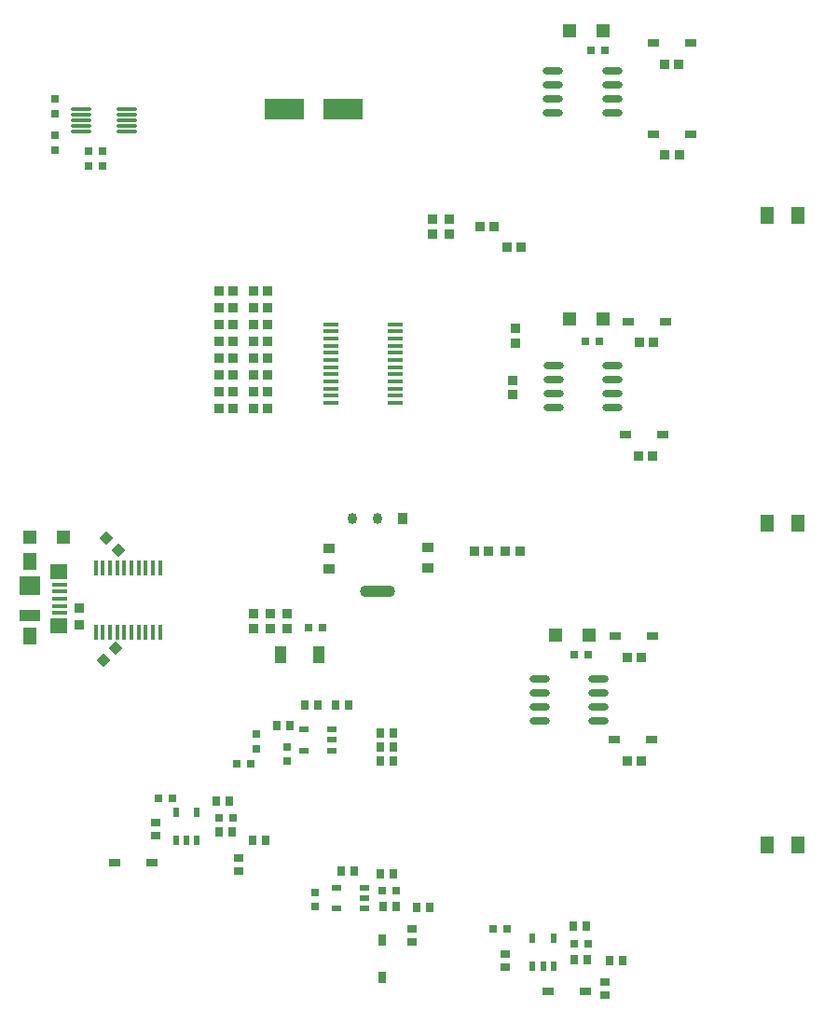
<source format=gtp>
G04*
G04 #@! TF.GenerationSoftware,Altium Limited,Altium Designer,24.7.2 (38)*
G04*
G04 Layer_Color=8421504*
%FSLAX44Y44*%
%MOMM*%
G71*
G04*
G04 #@! TF.SameCoordinates,FD71C0C7-8574-4FF8-A0B1-75ED19D4754F*
G04*
G04*
G04 #@! TF.FilePolarity,Positive*
G04*
G01*
G75*
%ADD17R,0.7000X0.7000*%
%ADD18O,2.0000X0.3000*%
%ADD19R,0.7000X0.7000*%
%ADD20R,0.7500X0.8500*%
G04:AMPARAMS|DCode=21|XSize=0.55mm|YSize=0.8mm|CornerRadius=0.0495mm|HoleSize=0mm|Usage=FLASHONLY|Rotation=270.000|XOffset=0mm|YOffset=0mm|HoleType=Round|Shape=RoundedRectangle|*
%AMROUNDEDRECTD21*
21,1,0.5500,0.7010,0,0,270.0*
21,1,0.4510,0.8000,0,0,270.0*
1,1,0.0990,-0.3505,-0.2255*
1,1,0.0990,-0.3505,0.2255*
1,1,0.0990,0.3505,0.2255*
1,1,0.0990,0.3505,-0.2255*
%
%ADD21ROUNDEDRECTD21*%
%ADD22R,0.7500X1.0000*%
G04:AMPARAMS|DCode=23|XSize=1.0043mm|YSize=3.1821mm|CornerRadius=0.4369mm|HoleSize=0mm|Usage=FLASHONLY|Rotation=270.000|XOffset=0mm|YOffset=0mm|HoleType=Round|Shape=RoundedRectangle|*
%AMROUNDEDRECTD23*
21,1,1.0043,2.3084,0,0,270.0*
21,1,0.1306,3.1821,0,0,270.0*
1,1,0.8737,-1.1542,-0.0653*
1,1,0.8737,-1.1542,0.0653*
1,1,0.8737,1.1542,0.0653*
1,1,0.8737,1.1542,-0.0653*
%
%ADD23ROUNDEDRECTD23*%
G04:AMPARAMS|DCode=24|XSize=1.0043mm|YSize=0.8721mm|CornerRadius=0.4361mm|HoleSize=0mm|Usage=FLASHONLY|Rotation=270.000|XOffset=0mm|YOffset=0mm|HoleType=Round|Shape=RoundedRectangle|*
%AMROUNDEDRECTD24*
21,1,1.0043,0.0000,0,0,270.0*
21,1,0.1322,0.8721,0,0,270.0*
1,1,0.8721,0.0000,-0.0661*
1,1,0.8721,0.0000,0.0661*
1,1,0.8721,0.0000,0.0661*
1,1,0.8721,0.0000,-0.0661*
%
%ADD24ROUNDEDRECTD24*%
%ADD25R,0.8721X1.0043*%
%ADD26R,1.1000X0.8500*%
G04:AMPARAMS|DCode=27|XSize=0.55mm|YSize=0.8mm|CornerRadius=0.0495mm|HoleSize=0mm|Usage=FLASHONLY|Rotation=180.000|XOffset=0mm|YOffset=0mm|HoleType=Round|Shape=RoundedRectangle|*
%AMROUNDEDRECTD27*
21,1,0.5500,0.7010,0,0,180.0*
21,1,0.4510,0.8000,0,0,180.0*
1,1,0.0990,-0.2255,0.3505*
1,1,0.0990,0.2255,0.3505*
1,1,0.0990,0.2255,-0.3505*
1,1,0.0990,-0.2255,-0.3505*
%
%ADD27ROUNDEDRECTD27*%
%ADD28R,0.8500X0.7500*%
%ADD29R,1.0000X0.7500*%
%ADD30R,0.8500X0.9500*%
%ADD31O,1.8650X0.6300*%
%ADD32R,1.4500X0.4500*%
%ADD33R,3.5500X1.9000*%
%ADD34R,1.3000X1.6500*%
%ADD35R,1.9000X1.8000*%
%ADD36R,1.9000X1.0000*%
%ADD37R,1.5500X1.4250*%
%ADD38R,1.3800X0.4500*%
%ADD39R,1.3000X1.1500*%
%ADD40R,0.4500X1.4500*%
%ADD41P,1.2021X4X270.0*%
%ADD42R,0.8500X0.8500*%
%ADD43P,1.2021X4X180.0*%
%ADD44R,0.9500X0.8500*%
%ADD45R,1.0500X1.6500*%
%ADD46R,1.2000X1.6500*%
D17*
X863600Y1072850D02*
D03*
Y1085850D02*
D03*
Y1119020D02*
D03*
Y1106020D02*
D03*
X1074420Y518010D02*
D03*
Y531010D02*
D03*
X1099820Y385930D02*
D03*
Y398930D02*
D03*
X1046480Y542440D02*
D03*
Y529440D02*
D03*
D18*
X887050Y1109820D02*
D03*
Y1104820D02*
D03*
Y1099820D02*
D03*
Y1094820D02*
D03*
Y1089820D02*
D03*
X929050Y1109820D02*
D03*
Y1104820D02*
D03*
Y1094820D02*
D03*
Y1089820D02*
D03*
Y1099820D02*
D03*
D19*
X893930Y1057910D02*
D03*
X906930D02*
D03*
Y1071880D02*
D03*
X893930D02*
D03*
X1028550Y515620D02*
D03*
X1041550D02*
D03*
X1012040Y466090D02*
D03*
X1025040D02*
D03*
X1093320Y638810D02*
D03*
X1106320D02*
D03*
X1362860Y1163320D02*
D03*
X1349860D02*
D03*
X1344780Y899160D02*
D03*
X1357780D02*
D03*
X1347620Y614680D02*
D03*
X1334620D02*
D03*
X1173630Y400050D02*
D03*
X1160630D02*
D03*
X1260960Y365760D02*
D03*
X1273960D02*
D03*
X1347620Y351790D02*
D03*
X1334620D02*
D03*
X957430Y483870D02*
D03*
X970430D02*
D03*
D20*
X1117950Y568960D02*
D03*
X1129950D02*
D03*
X1102010D02*
D03*
X1090010D02*
D03*
X1135030Y417830D02*
D03*
X1123030D02*
D03*
X1012540Y453390D02*
D03*
X1024540D02*
D03*
X1022000Y481330D02*
D03*
X1010000D02*
D03*
X1055020Y445770D02*
D03*
X1043020D02*
D03*
X1203610Y384810D02*
D03*
X1191610D02*
D03*
X1378870Y336550D02*
D03*
X1366870D02*
D03*
X1158590Y543560D02*
D03*
X1170590D02*
D03*
X1158590Y530860D02*
D03*
X1170590D02*
D03*
X1064610Y549910D02*
D03*
X1076610D02*
D03*
X1158590Y518160D02*
D03*
X1170590D02*
D03*
X1173130Y386080D02*
D03*
X1161130D02*
D03*
X1158590Y415290D02*
D03*
X1170590D02*
D03*
X1347120Y337820D02*
D03*
X1335120D02*
D03*
X1333850Y368300D02*
D03*
X1345850D02*
D03*
D21*
X1118820Y384200D02*
D03*
Y403200D02*
D03*
X1144320D02*
D03*
Y393700D02*
D03*
Y384200D02*
D03*
X1115110Y527710D02*
D03*
Y537210D02*
D03*
Y546710D02*
D03*
X1089610D02*
D03*
Y527710D02*
D03*
D22*
X1160780Y355310D02*
D03*
Y321310D02*
D03*
D23*
X1156635Y672476D02*
D03*
D24*
X1133735Y738376D02*
D03*
X1156635D02*
D03*
D25*
X1179535D02*
D03*
D26*
X1202355Y711776D02*
D03*
Y693276D02*
D03*
X1112185Y710866D02*
D03*
Y692366D02*
D03*
D27*
X973480Y471220D02*
D03*
X992480D02*
D03*
Y445720D02*
D03*
X982980D02*
D03*
X973480D02*
D03*
X1297330Y331420D02*
D03*
X1306830D02*
D03*
X1316330D02*
D03*
Y356920D02*
D03*
X1297330D02*
D03*
D28*
X955040Y461930D02*
D03*
Y449930D02*
D03*
X1029970Y418180D02*
D03*
Y430180D02*
D03*
X1272540Y330550D02*
D03*
Y342550D02*
D03*
X1187450Y365410D02*
D03*
Y353410D02*
D03*
X1362710Y317150D02*
D03*
Y305150D02*
D03*
D29*
X951720Y425450D02*
D03*
X917720D02*
D03*
X1406670Y1169670D02*
D03*
X1440670D02*
D03*
X1406670Y1087120D02*
D03*
X1440670D02*
D03*
X1383810Y916940D02*
D03*
X1417810D02*
D03*
X1381270Y814070D02*
D03*
X1415270D02*
D03*
X1372380Y631190D02*
D03*
X1406380D02*
D03*
X1371262Y537078D02*
D03*
X1405262D02*
D03*
X1311420Y308610D02*
D03*
X1345420D02*
D03*
D30*
X1272540Y708660D02*
D03*
X1285540D02*
D03*
X1262530Y1003300D02*
D03*
X1249530D02*
D03*
X1273660Y984250D02*
D03*
X1286660D02*
D03*
X1430170Y1150620D02*
D03*
X1417170D02*
D03*
X1430320Y1068070D02*
D03*
X1417320D02*
D03*
X1407310Y897890D02*
D03*
X1394310D02*
D03*
X1012040Y944880D02*
D03*
X1025040D02*
D03*
X1012040Y929640D02*
D03*
X1025040D02*
D03*
X1012040Y914400D02*
D03*
X1025040D02*
D03*
X1012040Y899160D02*
D03*
X1025040D02*
D03*
X1012040Y883920D02*
D03*
X1025040D02*
D03*
X1012040Y868680D02*
D03*
X1025040D02*
D03*
X1012040Y853440D02*
D03*
X1025040D02*
D03*
X1012040Y838200D02*
D03*
X1025040D02*
D03*
X1406040Y795020D02*
D03*
X1393040D02*
D03*
X1056640Y944880D02*
D03*
X1043640D02*
D03*
X1056640Y929640D02*
D03*
X1043640D02*
D03*
X1056640Y914400D02*
D03*
X1043640D02*
D03*
X1056640Y899160D02*
D03*
X1043640D02*
D03*
X1056640Y883920D02*
D03*
X1043640D02*
D03*
X1056640Y868680D02*
D03*
X1043640D02*
D03*
X1056640Y853440D02*
D03*
X1043640D02*
D03*
X1056640Y838200D02*
D03*
X1043640D02*
D03*
X1244450Y708660D02*
D03*
X1257450D02*
D03*
X1395880Y612140D02*
D03*
X1382880D02*
D03*
X1395880Y518160D02*
D03*
X1382880D02*
D03*
D31*
X1316155Y851886D02*
D03*
X1315720Y1144270D02*
D03*
Y1131570D02*
D03*
Y1118870D02*
D03*
Y1106170D02*
D03*
X1369370Y1144270D02*
D03*
Y1131570D02*
D03*
Y1118870D02*
D03*
Y1106170D02*
D03*
X1316155Y877286D02*
D03*
Y864585D02*
D03*
Y839185D02*
D03*
X1369805Y877286D02*
D03*
Y864585D02*
D03*
Y851886D02*
D03*
Y839185D02*
D03*
X1303455Y592805D02*
D03*
Y580106D02*
D03*
Y567406D02*
D03*
Y554706D02*
D03*
X1357105Y592805D02*
D03*
Y580106D02*
D03*
Y567406D02*
D03*
Y554706D02*
D03*
D32*
X1113750Y843090D02*
D03*
Y849590D02*
D03*
Y856090D02*
D03*
Y862590D02*
D03*
Y869090D02*
D03*
Y875590D02*
D03*
Y882090D02*
D03*
Y888590D02*
D03*
Y895090D02*
D03*
Y901590D02*
D03*
Y908090D02*
D03*
Y914590D02*
D03*
X1172250D02*
D03*
Y908090D02*
D03*
Y901590D02*
D03*
Y895090D02*
D03*
Y888590D02*
D03*
Y882090D02*
D03*
Y875590D02*
D03*
Y869090D02*
D03*
Y856090D02*
D03*
Y849590D02*
D03*
Y843090D02*
D03*
Y862590D02*
D03*
D33*
X1071880Y1109980D02*
D03*
X1124880D02*
D03*
D34*
X840810Y699080D02*
D03*
Y631580D02*
D03*
D35*
Y676830D02*
D03*
D36*
Y649830D02*
D03*
D37*
X866560Y690205D02*
D03*
Y640455D02*
D03*
D38*
X867410Y678330D02*
D03*
Y671830D02*
D03*
Y665330D02*
D03*
Y658830D02*
D03*
Y652330D02*
D03*
D39*
X870980Y721360D02*
D03*
X840980D02*
D03*
X1331200Y1181100D02*
D03*
X1361200D02*
D03*
X1331200Y919480D02*
D03*
X1361200D02*
D03*
X1318500Y632460D02*
D03*
X1348500D02*
D03*
D40*
X900280Y693500D02*
D03*
X906780D02*
D03*
X913280D02*
D03*
X919780D02*
D03*
X926280D02*
D03*
X932780D02*
D03*
X939280D02*
D03*
X945780D02*
D03*
X952280D02*
D03*
X958780D02*
D03*
Y635000D02*
D03*
X952280D02*
D03*
X945780D02*
D03*
X939280D02*
D03*
X932780D02*
D03*
X926280D02*
D03*
X919780D02*
D03*
X913280D02*
D03*
X906780D02*
D03*
X900280D02*
D03*
D41*
X918610Y620160D02*
D03*
X907650Y609200D02*
D03*
D42*
X885190Y656720D02*
D03*
Y641220D02*
D03*
D43*
X921150Y709530D02*
D03*
X910190Y720490D02*
D03*
D44*
X1074420Y651660D02*
D03*
Y638660D02*
D03*
X1059180Y651660D02*
D03*
Y638660D02*
D03*
X1043940Y651660D02*
D03*
Y638660D02*
D03*
X1206500Y1009800D02*
D03*
Y996800D02*
D03*
X1221740Y1009800D02*
D03*
Y996800D02*
D03*
X1281430Y910740D02*
D03*
Y897740D02*
D03*
X1278890Y850750D02*
D03*
Y863750D02*
D03*
D45*
X1068600Y614680D02*
D03*
X1103100D02*
D03*
D46*
X1510000Y1013460D02*
D03*
X1538000D02*
D03*
X1510000Y734060D02*
D03*
X1538000D02*
D03*
X1510000Y441960D02*
D03*
X1538000D02*
D03*
M02*

</source>
